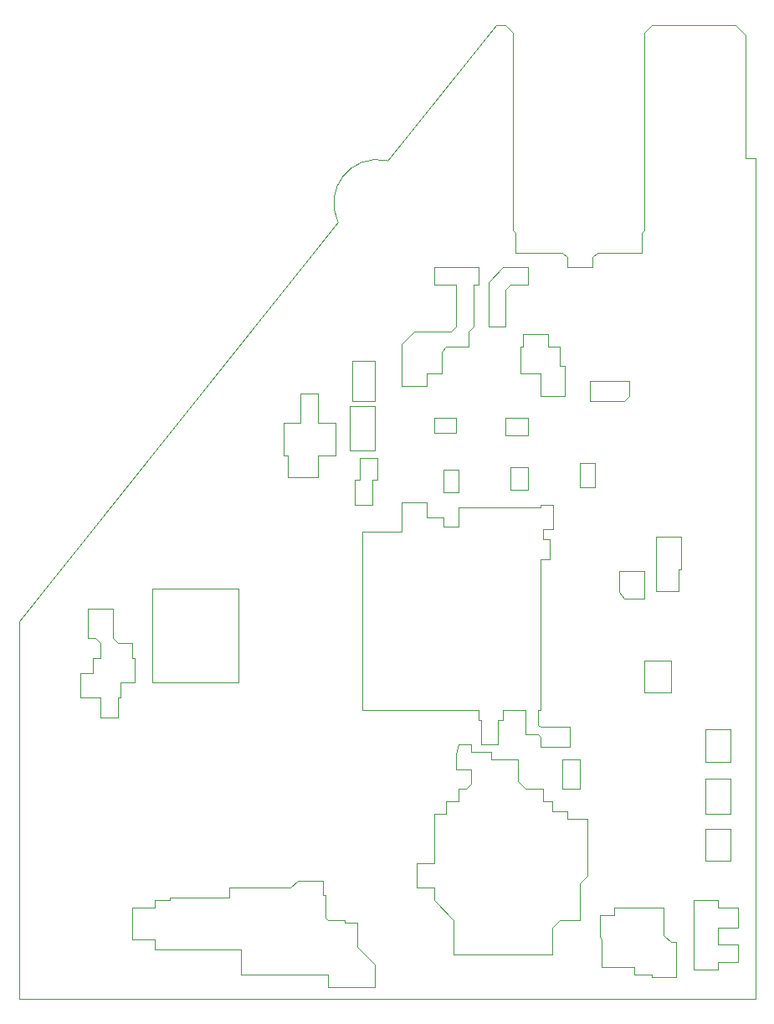
<source format=gko>
G04*
G04 #@! TF.GenerationSoftware,Altium Limited,Altium Designer,20.1.7 (139)*
G04*
G04 Layer_Color=16776960*
%FSLAX43Y43*%
%MOMM*%
G71*
G04*
G04 #@! TF.SameCoordinates,AD239F26-5203-4AEB-AFEB-DC15D5A8AAEF*
G04*
G04*
G04 #@! TF.FilePolarity,Positive*
G04*
G01*
G75*
%ADD29C,0.100*%
D29*
X-25993Y70279D02*
G03*
X-30953Y64079I-1007J-4279D01*
G01*
X-4500Y-8250D02*
Y-6000D01*
Y-8250D02*
X-4250Y-8500D01*
Y-11250D02*
Y-8500D01*
Y-11250D02*
X-1000D01*
Y-12000D02*
Y-11250D01*
Y-12000D02*
X750D01*
Y-12250D02*
Y-12000D01*
Y-12250D02*
X3250D01*
Y-8750D01*
X2750D02*
X3250D01*
X2000Y-8000D02*
X2750Y-8750D01*
X2000Y-8000D02*
Y-5250D01*
X-3000D02*
X2000D01*
X-3000Y-6000D02*
Y-5250D01*
X-4500Y-6000D02*
X-3000D01*
X6250Y-500D02*
Y2750D01*
Y-500D02*
X8750D01*
Y2750D01*
X6250D02*
X8750D01*
X6250Y4250D02*
Y7750D01*
Y4250D02*
X8750D01*
Y7750D01*
X6250D02*
X8750D01*
X6250Y9500D02*
Y12750D01*
Y9500D02*
X8750D01*
Y12750D01*
X6250D02*
X8750D01*
X-19000Y10300D02*
X-18750Y11250D01*
X-17500D01*
X-19000Y8750D02*
Y10300D01*
X-2500Y26700D02*
X-2000Y26000D01*
X0D01*
X-34750Y43750D02*
Y46750D01*
X-36500Y43750D02*
X-34750D01*
X-36500Y40500D02*
Y43750D01*
Y40500D02*
X-36000D01*
Y38250D02*
Y40500D01*
Y38250D02*
X-33000D01*
Y40500D01*
X-31250D01*
Y43750D01*
X-33000D02*
X-31250D01*
X-33000D02*
Y46750D01*
X-34750D02*
X-33000D01*
X-29500Y46000D02*
Y50000D01*
Y46000D02*
X-27250D01*
Y50000D01*
X-29500D02*
X-27250D01*
X-29750Y41000D02*
X-27250D01*
Y45500D01*
X-29750D02*
X-27250D01*
X-29750Y41000D02*
Y45500D01*
X-28750Y38000D02*
Y40250D01*
X-29250Y38000D02*
X-28750D01*
X-29250Y35500D02*
Y38000D01*
Y35500D02*
X-27500D01*
Y38000D01*
X-27000D01*
Y40250D01*
X-28750D02*
X-27000D01*
X-20250Y39000D02*
X-18750D01*
Y36750D02*
Y39000D01*
X-20250Y36750D02*
X-18750D01*
X-20250D02*
Y39000D01*
X-21250Y42750D02*
Y44250D01*
Y42750D02*
X-19000D01*
Y44250D01*
X-21250D02*
X-19000D01*
X-14000Y42500D02*
Y44250D01*
Y42500D02*
X-11750D01*
Y44250D01*
X-14000D02*
X-11750D01*
X-13500Y37000D02*
Y39250D01*
Y37000D02*
X-11750D01*
Y39250D01*
X-13500D02*
X-11750D01*
X-56250Y22000D02*
Y25000D01*
Y22000D02*
X-55500D01*
X-55000Y21500D01*
Y20000D02*
Y21500D01*
X-55750Y20000D02*
X-55000D01*
X-55750Y18500D02*
Y20000D01*
X-57000Y18500D02*
X-55750D01*
X-57000Y16000D02*
Y18500D01*
Y16000D02*
X-55000D01*
Y14000D02*
Y16000D01*
Y14000D02*
X-53250D01*
Y16000D01*
X-53000D01*
Y17500D01*
X-51500D01*
Y20000D01*
X-51750D02*
X-51500D01*
X-51750D02*
Y21500D01*
X-53250D02*
X-51750D01*
X-53750Y22000D02*
X-53250Y21500D01*
X-53750Y22000D02*
Y25000D01*
X-56250D02*
X-53750D01*
X-49750Y17500D02*
Y27000D01*
Y17500D02*
X-41000D01*
Y27000D01*
X-49750D02*
X-41000D01*
X-51750Y-8500D02*
X-49500D01*
Y-9500D02*
Y-8500D01*
Y-9500D02*
X-40750D01*
Y-12000D02*
Y-9500D01*
Y-12000D02*
X-32000D01*
Y-13250D02*
Y-12000D01*
Y-13250D02*
X-27250D01*
Y-11000D01*
X-29000Y-9250D02*
X-27250Y-11000D01*
X-29000Y-9250D02*
Y-6750D01*
X-30250D02*
X-29000D01*
X-30250D02*
Y-6500D01*
X-32000D02*
X-30250D01*
X-32250Y-6250D02*
X-32000Y-6500D01*
X-32250Y-6250D02*
Y-4000D01*
X-32500D02*
X-32250D01*
X-32500D02*
Y-2500D01*
X-35000D02*
X-32500D01*
X-35750Y-3250D02*
X-35000Y-2500D01*
X-42000Y-3250D02*
X-35750D01*
X-42000Y-4250D02*
Y-3250D01*
X-48000Y-4250D02*
X-42000D01*
X-48000Y-4500D02*
Y-4250D01*
X-49500Y-4500D02*
X-48000D01*
X-49500Y-5250D02*
Y-4500D01*
X-51750Y-5250D02*
X-49500D01*
X-51750Y-8500D02*
Y-5250D01*
X5000Y-4500D02*
X7500D01*
Y-5250D02*
Y-4500D01*
Y-5250D02*
X9500D01*
Y-7250D02*
Y-5250D01*
X7500Y-7250D02*
X9500D01*
X7500Y-9000D02*
Y-7250D01*
Y-9000D02*
X9500D01*
Y-10750D02*
Y-9000D01*
X7500Y-10750D02*
X9500D01*
X7500Y-11500D02*
Y-10750D01*
X5000Y-11500D02*
X7500D01*
X5000D02*
Y-4500D01*
X-19000Y8750D02*
X-17500D01*
Y7250D02*
Y8750D01*
X-18000Y6750D02*
X-17500Y7250D01*
X-18750Y6750D02*
X-18000D01*
X-18750Y5500D02*
Y6750D01*
X-20000Y5500D02*
X-18750D01*
X-20000Y4250D02*
Y5500D01*
X-21250Y4250D02*
X-20000D01*
X-21250Y-750D02*
Y4250D01*
X-23000Y-750D02*
X-21250D01*
X-23000Y-3250D02*
Y-750D01*
Y-3250D02*
X-21250D01*
Y-4500D02*
Y-3250D01*
Y-4500D02*
X-19250Y-6500D01*
Y-10000D02*
Y-6500D01*
Y-10000D02*
X-9250D01*
Y-7250D01*
X-8500Y-6500D01*
X-6500D01*
Y-2750D01*
X-5750Y-2000D01*
Y3750D01*
X-7750D02*
X-5750D01*
X-7750D02*
Y4500D01*
X-9250D02*
X-7750D01*
X-9250D02*
Y5500D01*
X-10250D02*
X-9250D01*
X-10250D02*
Y6750D01*
X-12000D02*
X-10250D01*
X-12750Y7500D02*
X-12000Y6750D01*
X-12750Y7500D02*
Y9750D01*
X-15500D02*
X-12750D01*
X-15500D02*
Y10500D01*
X-17500D02*
X-15500D01*
X-17500D02*
Y11250D01*
X-7500Y11000D02*
Y13000D01*
X-10500D02*
X-7500D01*
X-10750Y13250D02*
X-10500Y13000D01*
X-10750Y13250D02*
Y14750D01*
X-10500D01*
Y30000D01*
X-9500D01*
Y32000D01*
X-10250D02*
X-9500D01*
X-10250D02*
Y33000D01*
X-9200D01*
Y35500D01*
X-10500D02*
X-9200D01*
X-10500Y35250D02*
Y35500D01*
X-18750Y35250D02*
X-10500D01*
X-18750Y33250D02*
Y35250D01*
X-20250Y33250D02*
X-18750D01*
X-20250D02*
Y34250D01*
X-22000D02*
X-20250D01*
X-22000D02*
Y35750D01*
X-24500D02*
X-22000D01*
X-24500Y32750D02*
Y35750D01*
X-28500Y32750D02*
X-24500D01*
X-28500Y14750D02*
Y32750D01*
Y14750D02*
X-16750D01*
Y13750D02*
Y14750D01*
Y13750D02*
X-16500D01*
Y11250D02*
Y13750D01*
Y11250D02*
X-14750D01*
Y13750D01*
X-14250D01*
Y14750D01*
X-12000D01*
Y12250D02*
Y14750D01*
Y12250D02*
X-10750D01*
X-10500Y12000D01*
Y11000D02*
Y12000D01*
Y11000D02*
X-7500D01*
X-8250Y6750D02*
Y9750D01*
Y6750D02*
X-6500D01*
Y9750D01*
X-8250D02*
X-6500D01*
X0Y19750D02*
X2750D01*
Y16500D02*
Y19750D01*
X0Y16500D02*
X2750D01*
X0D02*
Y19750D01*
X-2500Y26700D02*
Y28750D01*
X0Y26000D02*
Y28750D01*
X-2500D02*
X0D01*
X1250Y32250D02*
X3750D01*
Y29000D02*
Y32250D01*
X3500Y29000D02*
X3750D01*
X3500Y26750D02*
Y29000D01*
X1250Y26750D02*
X3500D01*
X1250D02*
Y32250D01*
X-6500Y37250D02*
Y39750D01*
Y37250D02*
X-5000D01*
Y39750D01*
X-6500D02*
X-5000D01*
X-5500Y46000D02*
Y48000D01*
X-1500D01*
Y46500D02*
Y48000D01*
X-2000Y46000D02*
X-1500Y46500D01*
X-5500Y46000D02*
X-2000D01*
X-12250Y51500D02*
Y52750D01*
X-12500Y51500D02*
X-12250D01*
X-12500Y48750D02*
Y51500D01*
Y48750D02*
X-10500D01*
Y46500D02*
Y48750D01*
Y46500D02*
X-8000D01*
Y49500D01*
X-8500D02*
X-8000D01*
X-8500D02*
Y51500D01*
X-9750D02*
X-8500D01*
X-9750Y51500D02*
X-9750Y51500D01*
X-9750Y51500D02*
Y52750D01*
X-12250D02*
X-9750D01*
X-15750Y53500D02*
X-14000D01*
Y57250D01*
X-13500Y57750D01*
X-11750D01*
Y59500D01*
X-14250D02*
X-11750D01*
X-15750Y58000D02*
X-14250Y59500D01*
X-15750Y53500D02*
Y58000D01*
X-21250Y59500D02*
X-16750D01*
Y57750D02*
Y59500D01*
X-17250Y57750D02*
X-16750D01*
X-17250Y53500D02*
Y57750D01*
X-17750Y53000D02*
X-17250Y53500D01*
X-17750Y51500D02*
Y53000D01*
X-20000Y51500D02*
X-17750D01*
X-20500Y51000D02*
X-20000Y51500D01*
X-20500Y48750D02*
Y51000D01*
X-22000Y48750D02*
X-20500D01*
X-22000Y47500D02*
Y48750D01*
X-24500Y47500D02*
X-22000D01*
X-24500D02*
Y51750D01*
X-23250Y53000D01*
X-19500D01*
X-19000Y53500D01*
Y57750D01*
X-21250D02*
X-19000D01*
X-21250D02*
Y59500D01*
X10250Y70500D02*
X11250D01*
X10250D02*
Y83000D01*
X9250Y84000D02*
X10250Y83000D01*
X750Y84000D02*
X9250D01*
X11250Y70500D02*
X11250Y-14500D01*
X-250Y63000D02*
X0Y63250D01*
X-13250D02*
X-13000Y63000D01*
Y61000D02*
Y63000D01*
Y61000D02*
X-8250D01*
X-7750Y60500D01*
Y59500D02*
Y60500D01*
Y59500D02*
X-5250D01*
Y60500D01*
X-4750Y61000D01*
X-250D01*
Y63000D01*
X0Y63250D02*
Y83250D01*
X750Y84000D01*
X-13250Y63250D02*
Y83250D01*
X-14000Y84000D02*
X-13250Y83250D01*
X-15000Y84000D02*
X-14000D01*
X-25990Y70276D02*
X-15000Y84000D01*
X-63250Y23750D02*
X-30953Y64079D01*
X-63250Y-14500D02*
X11250D01*
X-63250D02*
Y23750D01*
M02*

</source>
